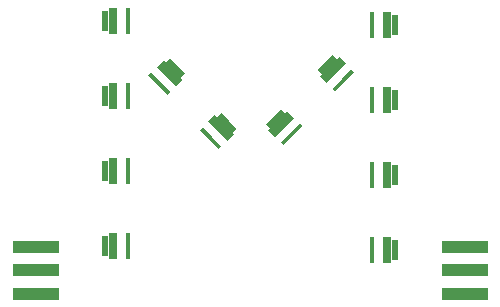
<source format=gts>
G04 #@! TF.FileFunction,Soldermask,Top*
%FSLAX46Y46*%
G04 Gerber Fmt 4.6, Leading zero omitted, Abs format (unit mm)*
G04 Created by KiCad (PCBNEW 4.0.0-rc2-stable) date 3/3/2016 3:46:00 PM*
%MOMM*%
G01*
G04 APERTURE LIST*
%ADD10C,0.150000*%
%ADD11R,0.500000X1.800000*%
%ADD12R,0.320000X2.300000*%
%ADD13R,0.800000X2.300000*%
%ADD14R,4.000000X1.000000*%
%ADD15C,0.600000*%
G04 APERTURE END LIST*
D10*
G36*
X68521966Y-35854334D02*
X69766660Y-34554050D01*
X70127850Y-34899798D01*
X68883156Y-36200082D01*
X68521966Y-35854334D01*
X68521966Y-35854334D01*
G37*
G36*
X69786629Y-37411007D02*
X71377070Y-35749532D01*
X71608231Y-35970811D01*
X70017790Y-37632286D01*
X69786629Y-37411007D01*
X69786629Y-37411007D01*
G37*
G36*
X68710282Y-36380678D02*
X70300724Y-34719203D01*
X70878628Y-35272400D01*
X69288186Y-36933875D01*
X68710282Y-36380678D01*
X68710282Y-36380678D01*
G37*
G36*
X72913206Y-31266983D02*
X74157900Y-29966699D01*
X74519090Y-30312447D01*
X73274396Y-31612731D01*
X72913206Y-31266983D01*
X72913206Y-31266983D01*
G37*
G36*
X74177869Y-32823656D02*
X75768310Y-31162181D01*
X75999471Y-31383460D01*
X74409030Y-33044935D01*
X74177869Y-32823656D01*
X74177869Y-32823656D01*
G37*
G36*
X73101522Y-31793327D02*
X74691964Y-30131852D01*
X75269868Y-30685049D01*
X73679426Y-32346524D01*
X73101522Y-31793327D01*
X73101522Y-31793327D01*
G37*
D11*
X79426390Y-27400429D03*
D12*
X77526390Y-27400429D03*
D13*
X78776390Y-27400429D03*
D11*
X79426390Y-33751694D03*
D12*
X77526390Y-33751694D03*
D13*
X78776390Y-33751694D03*
D11*
X79426390Y-40102962D03*
D12*
X77526390Y-40102962D03*
D13*
X78776390Y-40102962D03*
D11*
X79426390Y-46454224D03*
D12*
X77526390Y-46454224D03*
D13*
X78776390Y-46454224D03*
D11*
X54927785Y-46119957D03*
D12*
X56827785Y-46119957D03*
D13*
X55577785Y-46119957D03*
D11*
X54927785Y-39768703D03*
D12*
X56827785Y-39768703D03*
D13*
X55577785Y-39768703D03*
D11*
X54927785Y-33417458D03*
D12*
X56827785Y-33417458D03*
D13*
X55577785Y-33417458D03*
D11*
X54927785Y-27066206D03*
D12*
X56827785Y-27066206D03*
D13*
X55577785Y-27066206D03*
D10*
G36*
X60412667Y-30256711D02*
X61646816Y-31567008D01*
X61282845Y-31909827D01*
X60048696Y-30599530D01*
X60412667Y-30256711D01*
X60412667Y-30256711D01*
G37*
G36*
X58792653Y-31439146D02*
X60369621Y-33113414D01*
X60136679Y-33332818D01*
X58559711Y-31658550D01*
X58792653Y-31439146D01*
X58792653Y-31439146D01*
G37*
G36*
X59877287Y-30417545D02*
X61454255Y-32091812D01*
X60871901Y-32640323D01*
X59294933Y-30966056D01*
X59877287Y-30417545D01*
X59877287Y-30417545D01*
G37*
G36*
X64777493Y-34890851D02*
X66011642Y-36201148D01*
X65647671Y-36543967D01*
X64413522Y-35233670D01*
X64777493Y-34890851D01*
X64777493Y-34890851D01*
G37*
G36*
X63157479Y-36073286D02*
X64734447Y-37747554D01*
X64501505Y-37966958D01*
X62924537Y-36292690D01*
X63157479Y-36073286D01*
X63157479Y-36073286D01*
G37*
G36*
X64242113Y-35051685D02*
X65819081Y-36725952D01*
X65236727Y-37274463D01*
X63659759Y-35600196D01*
X64242113Y-35051685D01*
X64242113Y-35051685D01*
G37*
D14*
X49020844Y-46192207D03*
X49020844Y-48192207D03*
X49020844Y-50192207D03*
D15*
X50020844Y-46192207D03*
X50020844Y-48192207D03*
X50020844Y-50192207D03*
D14*
X85363190Y-50192207D03*
X85363190Y-48192207D03*
X85363190Y-46192207D03*
D15*
X84363190Y-50192207D03*
X84363190Y-48192207D03*
X84363190Y-46192207D03*
M02*

</source>
